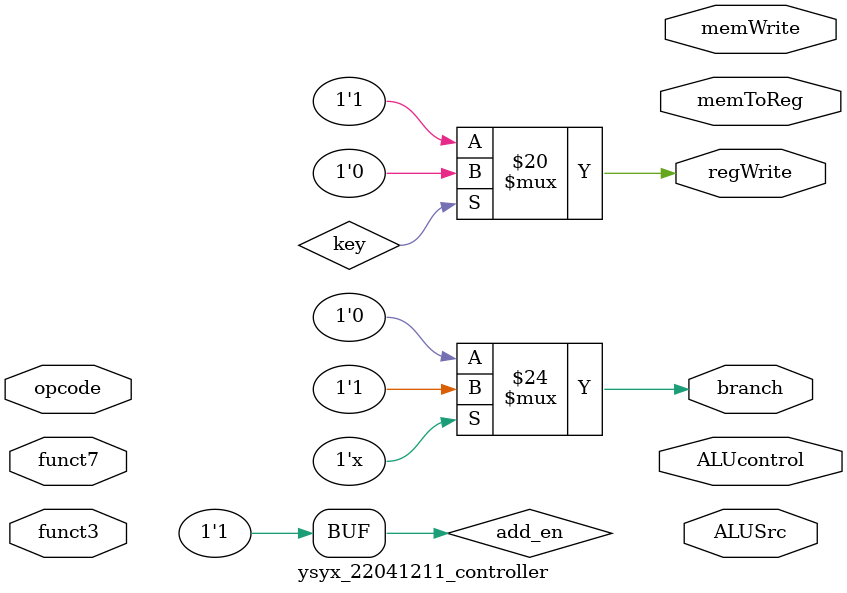
<source format=v>
/* verilator lint_off UNUSEDSIGNAL */

module ysyx_22041211_controller #(parameter DATA_LEN = 32)(
    input           [6:0]                         opcode,
    input           [2:0]                         funct3,
    input           [6:0]                         funct7,
    output                                        memToReg,
    output                                        memWrite, //写内存操作
    output                                        branch,
    output          [2:0]                         ALUcontrol,
    output                                        regWrite,
    output                                        ALUSrc
);
    // wire                                          alu_addi;
    // wire                                          alu_apuic;

    // assign add_en = alu_addi | alu_apuic;
    
    //ALU
    // ysyx_22041211_MuxKeyWithDefault #(1, 10, 1) alu_mode1 (alu_addi, inst, 1'b0,{
    //     10'b0000010011 , 1'b1 //tell addi 
        
    // });
    // ysyx_22041211_MuxKeyWithDefault #(2, 7, 1) alu_mode2 (alu_apuic, inst[6:0], 1'b0,{
    //     7'b0010111 , 1'b1 , //tell aupic 
    //     7'b0110111 , 1'b1   //tell lui 
        
    // });

    //alu
    assign add_en = 1'b1;
    //assign add_en = {inst[14:12],inst[6:0]} == 10'b0000010011 || inst[6:0] ==  7'b0010111 || inst[6:0] == 7'b0110111 ? 1'b1 : 1'b0;


    //choosing src1
    assign alu_srcA = (inst[6:0] ==  7'b0010111 || inst[6:0] ==  7'b1101111) ? 1'b1 : 1'b0;


    // ysyx_22041211_MuxKeyWithDefault #(1, 7, 1) src1_choose (alu_srcA, inst[6:0], 1'b0,{
    //     7'b0010111 , 1'b1 //auipc -- pc
    // });

    //choosing src2
    //B/S/R--reg        00
    //I/U/J--imm        01
    //jalr jal      +4  10
    assign alu_srcB = ({inst[14:12],inst[6:0]} == 10'b0001100111 || inst[6:0] == 7'b1101111) ? 2'b10 :
                      (key == 3'b011) ? 2'b0 : 2'b1;

    // ysyx_22041211_MuxKeyWithDefault #(1, 3, 1) src2_choose (alu_srcB, key, 1'b1,{
    //     3'b011 , 1'b0   //reg-data -- reg
    // });

    // //if store data to memory
    // ysyx_22041211_MuxKeyWithDefault #(1, 3, 1) w_mem (mem_write, key, 1'b0,{
    //     3'b100 , 1'b1 
    // });

    //store data from memory to reg
    //mem_toReg
    //sw（写内存）不需要写寄存器文件 不关心mem_toReg 
    //lw(写寄存器 读出内存中的值) mem_toReg = 1 
    //R（写寄存器 直接用ALU的结果） mem_toReg = 0
    // ysyx_22041211_MuxKeyWithDefault #(1, 10, 3) ifmem_toReg (mem_toReg, inst, 1'b0,{
    //     10'b1000000011 , 1'b1, //tell lbu
    //     10'b0100000011 , 1'b1, //tell lw
    //     10'b0010000011 , 1'b1, //tell lh
    //     10'b1010000011 , 1'b1  //tell lhu
    // });



    //regWrite----I/R/U/J 是否往reg里面写东西
    //
    assign regWrite = (key == 3'b000 || key == 3'b011 || key == 3'b010 || key == 3'b011 || key == 3'b101) ? 1'b1 : 1'b0;
    // ysyx_22041211_MuxKeyWithDefault #(1, 3, 1) w_reg (regWrite, key, 1'b0,{
    //     3'b000 , 1'b1
    // });

    //branch----jalr jal-J B 
    assign branch = ({inst[14:12],inst[6:0]} == 10'b0001100111 || inst[6:0] == 7'b1101111) ? 1'b1 : 1'b0;
    
    //pc_src1 jalr----reg1  0
    assign pc_choose1 = ({inst[14:12],inst[6:0]} == 10'b0001100111) ? 1'b0 : 1'b1;
endmodule

/* verilator lint_on UNUSEDSIGNAL */

</source>
